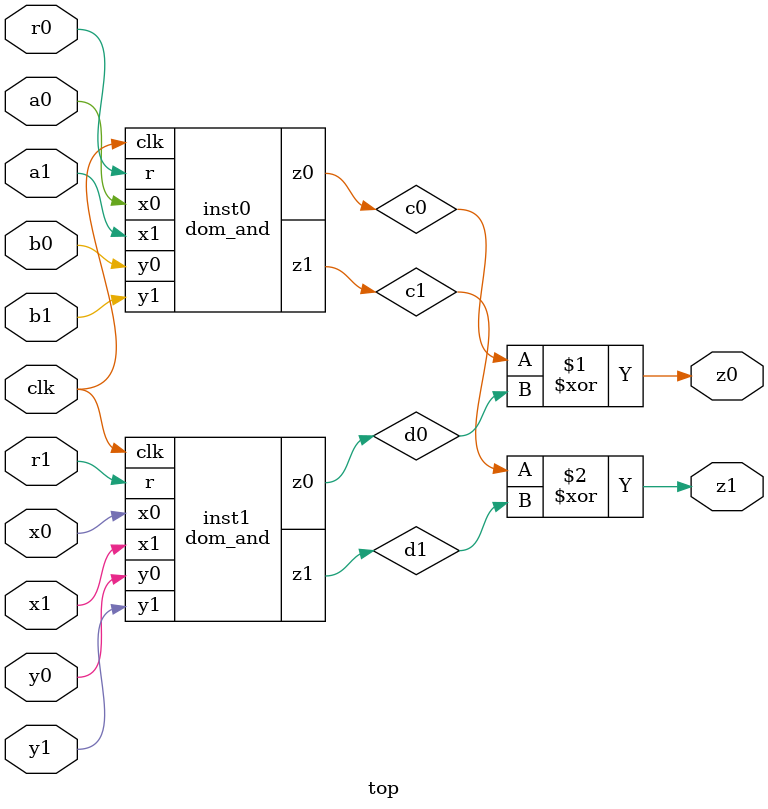
<source format=v>
module dom_and(clk, x0, x1, y0, y1, r, z0, z1);
    input clk;
    input x0;
    input y0;
    input x1;
    input y1;
    input r;
    output z0;
    output z1;
    
    (* share_domain = 0 *) reg r0;
    (* share_domain = 1 *) reg r1;
    (* share_domain = 2 *) reg r2;
    (* share_domain = 3 *) reg r3;

    (* share_domain = 0 *) wire t0;
    (* share_domain = 1 *) wire t1;
    (* share_domain = 2 *) wire t2;
    (* share_domain = 3 *) wire t3;
    
    assign t0 = x0 & y0;
    assign t1 = x0 & y1 ^ r;
    assign t2 = x1 & y0 ^ r;
    assign t3 = x1 & y1;

    assign z0 = r0 ^ r1;
    assign z1 = r2 ^ r3;
   
    always @ (posedge clk)
    begin
        r0 <= t0;
        r1 <= t1;
        r2 <= t2;
        r3 <= t3;
    end 
endmodule

module top(clk, a0, a1, b0, b1, x0, x1, y0, y1, r0, r1, z0, z1);
    input clk;
    input a0, x0;
    input b0, y0;
    input a1, x1;
    input b1, y1;
    input r0, r1;
    output z0, z1;
    
    wire c0, c1, d0, d1;

    dom_and inst0(.clk(clk), .x0(a0), .x1(a1), .y0(b0), .y1(b1), .r(r0), .z0(c0), .z1(c1));   
    dom_and inst1(.clk(clk), .x0(x0), .x1(x1), .y0(y0), .y1(y1), .r(r1), .z0(d0), .z1(d1));    
 
    assign z0 = c0 ^ d0;
    assign z1 = c1 ^ d1;
endmodule

</source>
